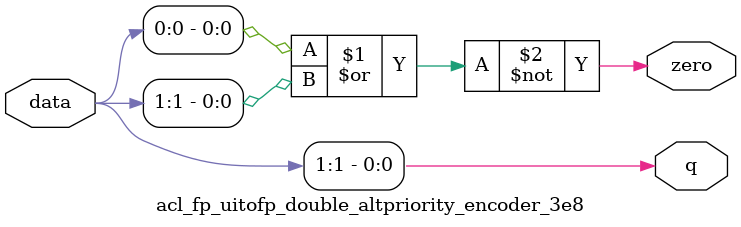
<source format=v>
module  acl_fp_uitofp_double_altpriority_encoder_3e8
	( 
	data,
	q,
	zero) ;
	input   [1:0]  data;
	output   [0:0]  q;
	output   zero;
	assign
		q = {data[1]},
		zero = (~ (data[0] | data[1]));
endmodule
</source>
